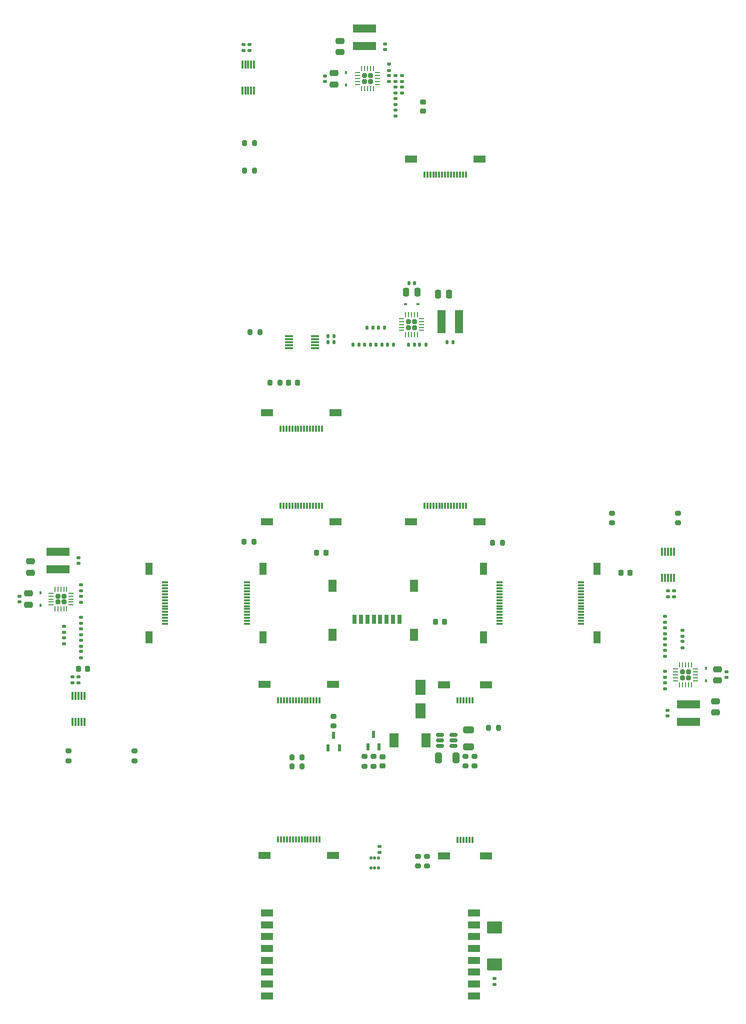
<source format=gbp>
G04 #@! TF.GenerationSoftware,KiCad,Pcbnew,(6.0.1)*
G04 #@! TF.CreationDate,2022-11-09T09:08:09-03:00*
G04 #@! TF.ProjectId,PANEL-COMPLETE,50414e45-4c2d-4434-9f4d-504c4554452e,Rev 3*
G04 #@! TF.SameCoordinates,Original*
G04 #@! TF.FileFunction,Paste,Bot*
G04 #@! TF.FilePolarity,Positive*
%FSLAX46Y46*%
G04 Gerber Fmt 4.6, Leading zero omitted, Abs format (unit mm)*
G04 Created by KiCad (PCBNEW (6.0.1)) date 2022-11-09 09:08:09*
%MOMM*%
%LPD*%
G01*
G04 APERTURE LIST*
G04 Aperture macros list*
%AMRoundRect*
0 Rectangle with rounded corners*
0 $1 Rounding radius*
0 $2 $3 $4 $5 $6 $7 $8 $9 X,Y pos of 4 corners*
0 Add a 4 corners polygon primitive as box body*
4,1,4,$2,$3,$4,$5,$6,$7,$8,$9,$2,$3,0*
0 Add four circle primitives for the rounded corners*
1,1,$1+$1,$2,$3*
1,1,$1+$1,$4,$5*
1,1,$1+$1,$6,$7*
1,1,$1+$1,$8,$9*
0 Add four rect primitives between the rounded corners*
20,1,$1+$1,$2,$3,$4,$5,0*
20,1,$1+$1,$4,$5,$6,$7,0*
20,1,$1+$1,$6,$7,$8,$9,0*
20,1,$1+$1,$8,$9,$2,$3,0*%
G04 Aperture macros list end*
%ADD10R,0.300000X1.000000*%
%ADD11R,2.000000X1.300000*%
%ADD12RoundRect,0.140000X-0.170000X0.140000X-0.170000X-0.140000X0.170000X-0.140000X0.170000X0.140000X0*%
%ADD13RoundRect,0.250000X0.475000X-0.250000X0.475000X0.250000X-0.475000X0.250000X-0.475000X-0.250000X0*%
%ADD14RoundRect,0.200000X0.200000X0.275000X-0.200000X0.275000X-0.200000X-0.275000X0.200000X-0.275000X0*%
%ADD15RoundRect,0.135000X0.185000X-0.135000X0.185000X0.135000X-0.185000X0.135000X-0.185000X-0.135000X0*%
%ADD16RoundRect,0.250000X0.325000X0.650000X-0.325000X0.650000X-0.325000X-0.650000X0.325000X-0.650000X0*%
%ADD17RoundRect,0.202500X0.202500X-0.202500X0.202500X0.202500X-0.202500X0.202500X-0.202500X-0.202500X0*%
%ADD18RoundRect,0.062500X0.062500X-0.375000X0.062500X0.375000X-0.062500X0.375000X-0.062500X-0.375000X0*%
%ADD19RoundRect,0.062500X0.375000X-0.062500X0.375000X0.062500X-0.375000X0.062500X-0.375000X-0.062500X0*%
%ADD20RoundRect,0.218750X0.256250X-0.218750X0.256250X0.218750X-0.256250X0.218750X-0.256250X-0.218750X0*%
%ADD21RoundRect,0.135000X-0.135000X-0.185000X0.135000X-0.185000X0.135000X0.185000X-0.135000X0.185000X0*%
%ADD22RoundRect,0.250000X-0.650000X0.325000X-0.650000X-0.325000X0.650000X-0.325000X0.650000X0.325000X0*%
%ADD23RoundRect,0.135000X-0.185000X0.135000X-0.185000X-0.135000X0.185000X-0.135000X0.185000X0.135000X0*%
%ADD24R,0.300000X1.400000*%
%ADD25RoundRect,0.135000X0.135000X0.185000X-0.135000X0.185000X-0.135000X-0.185000X0.135000X-0.185000X0*%
%ADD26RoundRect,0.200000X-0.275000X0.200000X-0.275000X-0.200000X0.275000X-0.200000X0.275000X0.200000X0*%
%ADD27RoundRect,0.200000X-0.200000X-0.275000X0.200000X-0.275000X0.200000X0.275000X-0.200000X0.275000X0*%
%ADD28R,0.600000X1.300000*%
%ADD29RoundRect,0.200000X0.275000X-0.200000X0.275000X0.200000X-0.275000X0.200000X-0.275000X-0.200000X0*%
%ADD30R,3.890000X1.450000*%
%ADD31R,0.450000X0.600000*%
%ADD32R,1.000000X0.300000*%
%ADD33R,1.300000X2.000000*%
%ADD34RoundRect,0.140000X0.170000X-0.140000X0.170000X0.140000X-0.170000X0.140000X-0.170000X-0.140000X0*%
%ADD35RoundRect,0.250000X-1.025000X0.787500X-1.025000X-0.787500X1.025000X-0.787500X1.025000X0.787500X0*%
%ADD36R,1.400000X0.300000*%
%ADD37RoundRect,0.250000X-0.250000X-0.475000X0.250000X-0.475000X0.250000X0.475000X-0.250000X0.475000X0*%
%ADD38RoundRect,0.218750X0.218750X0.256250X-0.218750X0.256250X-0.218750X-0.256250X0.218750X-0.256250X0*%
%ADD39RoundRect,0.140000X0.140000X0.170000X-0.140000X0.170000X-0.140000X-0.170000X0.140000X-0.170000X0*%
%ADD40R,1.450000X3.890000*%
%ADD41R,0.600000X0.450000*%
%ADD42RoundRect,0.202500X0.202500X0.202500X-0.202500X0.202500X-0.202500X-0.202500X0.202500X-0.202500X0*%
%ADD43RoundRect,0.062500X0.375000X0.062500X-0.375000X0.062500X-0.375000X-0.062500X0.375000X-0.062500X0*%
%ADD44RoundRect,0.062500X0.062500X0.375000X-0.062500X0.375000X-0.062500X-0.375000X0.062500X-0.375000X0*%
%ADD45RoundRect,0.150000X0.512500X0.150000X-0.512500X0.150000X-0.512500X-0.150000X0.512500X-0.150000X0*%
%ADD46RoundRect,0.140000X-0.140000X-0.170000X0.140000X-0.170000X0.140000X0.170000X-0.140000X0.170000X0*%
%ADD47R,0.800000X1.500000*%
%ADD48R,1.450000X2.000000*%
%ADD49R,1.800000X2.500000*%
%ADD50RoundRect,0.202500X-0.202500X0.202500X-0.202500X-0.202500X0.202500X-0.202500X0.202500X0.202500X0*%
%ADD51RoundRect,0.062500X-0.062500X0.375000X-0.062500X-0.375000X0.062500X-0.375000X0.062500X0.375000X0*%
%ADD52RoundRect,0.062500X-0.375000X0.062500X-0.375000X-0.062500X0.375000X-0.062500X0.375000X0.062500X0*%
%ADD53RoundRect,0.250000X-0.475000X0.250000X-0.475000X-0.250000X0.475000X-0.250000X0.475000X0.250000X0*%
%ADD54RoundRect,0.125000X-0.125000X-0.125000X0.125000X-0.125000X0.125000X0.125000X-0.125000X0.125000X0*%
%ADD55RoundRect,0.218750X-0.218750X-0.256250X0.218750X-0.256250X0.218750X0.256250X-0.218750X0.256250X0*%
%ADD56RoundRect,0.250000X0.250000X0.475000X-0.250000X0.475000X-0.250000X-0.475000X0.250000X-0.475000X0*%
%ADD57RoundRect,0.225000X-0.250000X0.225000X-0.250000X-0.225000X0.250000X-0.225000X0.250000X0.225000X0*%
%ADD58R,1.500000X2.400000*%
G04 APERTURE END LIST*
D10*
X212679400Y-99254600D03*
X213179400Y-99254600D03*
X213679400Y-99254600D03*
X214179400Y-99254600D03*
X214679400Y-99254600D03*
X215179400Y-99254600D03*
X215679400Y-99254600D03*
X216179400Y-99254600D03*
X216679400Y-99254600D03*
X217179400Y-99254600D03*
X217679400Y-99254600D03*
X218179400Y-99254600D03*
X218679400Y-99254600D03*
X219179400Y-99254600D03*
X219679400Y-99254600D03*
D11*
X210379400Y-96554600D03*
X221979400Y-96554600D03*
D12*
X195852025Y-82522600D03*
X195852025Y-83482600D03*
D13*
X197350625Y-83962800D03*
X197350625Y-82062800D03*
D14*
X183898325Y-93878400D03*
X182248325Y-93878400D03*
D15*
X154560126Y-169687925D03*
X154560126Y-168667925D03*
X151617650Y-178603325D03*
X151617650Y-177583325D03*
D16*
X217984600Y-197942200D03*
X215034600Y-197942200D03*
D17*
X257373850Y-184367925D03*
X257373850Y-183367925D03*
X256373850Y-183367925D03*
X256373850Y-184367925D03*
D18*
X257873850Y-185555425D03*
X257373850Y-185555425D03*
X256873850Y-185555425D03*
X256373850Y-185555425D03*
X255873850Y-185555425D03*
D19*
X255186350Y-184867925D03*
X255186350Y-184367925D03*
X255186350Y-183867925D03*
X255186350Y-183367925D03*
X255186350Y-182867925D03*
D18*
X255873850Y-182180425D03*
X256373850Y-182180425D03*
X256873850Y-182180425D03*
X257373850Y-182180425D03*
X257873850Y-182180425D03*
D19*
X258561350Y-182867925D03*
X258561350Y-183367925D03*
X258561350Y-183867925D03*
X258561350Y-184367925D03*
X258561350Y-184867925D03*
D20*
X212471000Y-88493700D03*
X212471000Y-86918700D03*
D21*
X209954200Y-128037476D03*
X210974200Y-128037476D03*
D22*
X220167200Y-193165200D03*
X220167200Y-196115200D03*
D23*
X207787525Y-86330600D03*
X207787525Y-87350600D03*
X182080225Y-77214000D03*
X182080225Y-78234000D03*
D21*
X204899600Y-125095000D03*
X205919600Y-125095000D03*
D23*
X205030200Y-212941682D03*
X205030200Y-213961682D03*
D10*
X187918925Y-188208854D03*
X188418925Y-188208854D03*
X188918925Y-188208854D03*
X189418925Y-188208854D03*
X189918925Y-188208854D03*
X190418925Y-188208854D03*
X190918925Y-188208854D03*
X191418925Y-188208854D03*
X191918925Y-188208854D03*
X192418925Y-188208854D03*
X192918925Y-188208854D03*
X193418925Y-188208854D03*
X193918925Y-188208854D03*
X194418925Y-188208854D03*
X194918925Y-188208854D03*
D11*
X185618925Y-185508854D03*
X197218925Y-185508854D03*
D24*
X155085103Y-191843725D03*
X154585103Y-191843725D03*
X154085103Y-191843725D03*
X153585103Y-191843725D03*
X153085103Y-191843725D03*
X153085103Y-187443725D03*
X153585103Y-187443725D03*
X154085103Y-187443725D03*
X154585103Y-187443725D03*
X155085103Y-187443725D03*
D12*
X253847597Y-189892325D03*
X253847597Y-190852325D03*
D25*
X205487800Y-128037476D03*
X204467800Y-128037476D03*
D23*
X154560126Y-179945525D03*
X154560126Y-180965525D03*
D26*
X221183200Y-197676000D03*
X221183200Y-199326000D03*
D27*
X190274400Y-197815200D03*
X191924400Y-197815200D03*
D10*
X194918925Y-211743925D03*
X194418925Y-211743925D03*
X193918925Y-211743925D03*
X193418925Y-211743925D03*
X192918925Y-211743925D03*
X192418925Y-211743925D03*
X191918925Y-211743925D03*
X191418925Y-211743925D03*
X190918925Y-211743925D03*
X190418925Y-211743925D03*
X189918925Y-211743925D03*
X189418925Y-211743925D03*
X188918925Y-211743925D03*
X188418925Y-211743925D03*
X187918925Y-211743925D03*
D11*
X197218925Y-214443925D03*
X185618925Y-214443925D03*
D15*
X254914397Y-170693925D03*
X254914397Y-169673925D03*
D28*
X205013600Y-196059000D03*
X203113600Y-196059000D03*
X204063600Y-193959000D03*
D29*
X211632800Y-216242400D03*
X211632800Y-214592400D03*
D30*
X202506825Y-77475600D03*
X202506825Y-74525600D03*
D25*
X207420200Y-128037476D03*
X206400200Y-128037476D03*
D10*
X219690325Y-155274325D03*
X219190325Y-155274325D03*
X218690325Y-155274325D03*
X218190325Y-155274325D03*
X217690325Y-155274325D03*
X217190325Y-155274325D03*
X216690325Y-155274325D03*
X216190325Y-155274325D03*
X215690325Y-155274325D03*
X215190325Y-155274325D03*
X214690325Y-155274325D03*
X214190325Y-155274325D03*
X213690325Y-155274325D03*
X213190325Y-155274325D03*
X212690325Y-155274325D03*
D11*
X221990325Y-157974325D03*
X210390325Y-157974325D03*
D23*
X208862925Y-82456200D03*
X208862925Y-83476200D03*
D29*
X204063600Y-199339200D03*
X204063600Y-197689200D03*
D23*
X206705552Y-82477400D03*
X206705552Y-83497400D03*
D10*
X220812125Y-211843925D03*
X220312125Y-211843925D03*
X219812125Y-211843925D03*
X219312125Y-211843925D03*
X218812125Y-211843925D03*
X218312125Y-211843925D03*
D11*
X223112125Y-214543925D03*
X216012125Y-214543925D03*
D10*
X188306325Y-142234125D03*
X188806325Y-142234125D03*
X189306325Y-142234125D03*
X189806325Y-142234125D03*
X190306325Y-142234125D03*
X190806325Y-142234125D03*
X191306325Y-142234125D03*
X191806325Y-142234125D03*
X192306325Y-142234125D03*
X192806325Y-142234125D03*
X193306325Y-142234125D03*
X193806325Y-142234125D03*
X194306325Y-142234125D03*
X194806325Y-142234125D03*
X195306325Y-142234125D03*
D11*
X186006325Y-139534125D03*
X197606325Y-139534125D03*
D31*
X147655250Y-172107525D03*
X147655250Y-170007525D03*
D32*
X225365600Y-175245525D03*
X225365600Y-174745525D03*
X225365600Y-174245525D03*
X225365600Y-173745525D03*
X225365600Y-173245525D03*
X225365600Y-172745525D03*
X225365600Y-172245525D03*
X225365600Y-171745525D03*
X225365600Y-171245525D03*
X225365600Y-170745525D03*
X225365600Y-170245525D03*
X225365600Y-169745525D03*
X225365600Y-169245525D03*
X225365600Y-168745525D03*
X225365600Y-168245525D03*
D33*
X222665600Y-177545525D03*
X222665600Y-165945525D03*
D28*
X198257200Y-196247200D03*
X196357200Y-196247200D03*
X197307200Y-194147200D03*
D34*
X263854604Y-184347925D03*
X263854604Y-183387925D03*
D23*
X154560126Y-176084725D03*
X154560126Y-177104725D03*
D25*
X201627000Y-128037476D03*
X200607000Y-128037476D03*
D15*
X151617650Y-176672925D03*
X151617650Y-175652925D03*
D23*
X154560126Y-178015125D03*
X154560126Y-179035125D03*
D14*
X183898325Y-98526600D03*
X182248325Y-98526600D03*
D21*
X202969200Y-125095000D03*
X203989200Y-125095000D03*
D35*
X224567807Y-226669825D03*
X224567807Y-232894825D03*
D31*
X199357225Y-84062800D03*
X199357225Y-81962800D03*
D23*
X253423374Y-183307125D03*
X253423374Y-184327125D03*
D29*
X219633800Y-199326000D03*
X219633800Y-197676000D03*
D15*
X224567807Y-236272800D03*
X224567807Y-235252800D03*
D36*
X189728800Y-128562453D03*
X189728800Y-128062453D03*
X189728800Y-127562453D03*
X189728800Y-127062453D03*
X189728800Y-126562453D03*
X194128800Y-126562453D03*
X194128800Y-127062453D03*
X194128800Y-127562453D03*
X194128800Y-128062453D03*
X194128800Y-128562453D03*
D32*
X168756775Y-175245525D03*
X168756775Y-174745525D03*
X168756775Y-174245525D03*
X168756775Y-173745525D03*
X168756775Y-173245525D03*
X168756775Y-172745525D03*
X168756775Y-172245525D03*
X168756775Y-171745525D03*
X168756775Y-171245525D03*
X168756775Y-170745525D03*
X168756775Y-170245525D03*
X168756775Y-169745525D03*
X168756775Y-169245525D03*
X168756775Y-168745525D03*
X168756775Y-168245525D03*
D33*
X166056775Y-177545525D03*
X166056775Y-165945525D03*
D21*
X211884600Y-128037476D03*
X212904600Y-128037476D03*
D37*
X209565000Y-119126000D03*
X211465000Y-119126000D03*
D23*
X256365850Y-178252525D03*
X256365850Y-179272525D03*
D32*
X182626725Y-168245525D03*
X182626725Y-168745525D03*
X182626725Y-169245525D03*
X182626725Y-169745525D03*
X182626725Y-170245525D03*
X182626725Y-170745525D03*
X182626725Y-171245525D03*
X182626725Y-171745525D03*
X182626725Y-172245525D03*
X182626725Y-172745525D03*
X182626725Y-173245525D03*
X182626725Y-173745525D03*
X182626725Y-174245525D03*
X182626725Y-174745525D03*
X182626725Y-175245525D03*
D33*
X185326725Y-165945525D03*
X185326725Y-177545525D03*
D23*
X153069103Y-184231525D03*
X153069103Y-185251525D03*
D38*
X155651300Y-182829200D03*
X154076300Y-182829200D03*
D27*
X190274400Y-199381400D03*
X191924400Y-199381400D03*
D25*
X197341000Y-126546453D03*
X196321000Y-126546453D03*
D31*
X260328250Y-182817925D03*
X260328250Y-184917925D03*
D14*
X183781200Y-161366200D03*
X182131200Y-161366200D03*
D39*
X210995000Y-117606246D03*
X210035000Y-117606246D03*
D13*
X145648650Y-172007525D03*
X145648650Y-170107525D03*
D26*
X255612050Y-156513175D03*
X255612050Y-158163175D03*
D40*
X215544400Y-124079000D03*
X218494400Y-124079000D03*
D12*
X144128896Y-170577525D03*
X144128896Y-171537525D03*
D24*
X252898397Y-163081725D03*
X253398397Y-163081725D03*
X253898397Y-163081725D03*
X254398397Y-163081725D03*
X254898397Y-163081725D03*
X254898397Y-167481725D03*
X254398397Y-167481725D03*
X253898397Y-167481725D03*
X253398397Y-167481725D03*
X252898397Y-167481725D03*
D34*
X206034925Y-78077000D03*
X206034925Y-77117000D03*
D15*
X253898397Y-170693925D03*
X253898397Y-169673925D03*
X253423374Y-174979925D03*
X253423374Y-173959925D03*
D23*
X207787525Y-82469800D03*
X207787525Y-83489800D03*
X207787525Y-84400200D03*
X207787525Y-85420200D03*
D27*
X183160250Y-125848800D03*
X184810250Y-125848800D03*
D15*
X253423374Y-180773125D03*
X253423374Y-179753125D03*
D23*
X207787525Y-88261000D03*
X207787525Y-89281000D03*
D34*
X154135903Y-165033125D03*
X154135903Y-164073125D03*
D23*
X208862925Y-84386600D03*
X208862925Y-85406600D03*
D27*
X223558600Y-192862200D03*
X225208600Y-192862200D03*
D41*
X209465000Y-121132600D03*
X211565000Y-121132600D03*
D42*
X211015000Y-124087000D03*
X210015000Y-124087000D03*
X211015000Y-125087000D03*
X210015000Y-125087000D03*
D43*
X212202500Y-123587000D03*
X212202500Y-124087000D03*
X212202500Y-124587000D03*
X212202500Y-125087000D03*
X212202500Y-125587000D03*
D44*
X211515000Y-126274500D03*
X211015000Y-126274500D03*
X210515000Y-126274500D03*
X210015000Y-126274500D03*
X209515000Y-126274500D03*
D43*
X208827500Y-125587000D03*
X208827500Y-125087000D03*
X208827500Y-124587000D03*
X208827500Y-124087000D03*
X208827500Y-123587000D03*
D44*
X209515000Y-122899500D03*
X210015000Y-122899500D03*
X210515000Y-122899500D03*
X211015000Y-122899500D03*
X211515000Y-122899500D03*
D38*
X216103300Y-174904400D03*
X214528300Y-174904400D03*
D45*
X217596300Y-194045800D03*
X217596300Y-194995800D03*
X217596300Y-195945800D03*
X215321300Y-195945800D03*
X215321300Y-194995800D03*
X215321300Y-194045800D03*
D46*
X216539400Y-127613253D03*
X217499400Y-127613253D03*
D47*
X200798325Y-174491589D03*
X201898325Y-174491589D03*
X202998325Y-174491589D03*
X204098325Y-174491589D03*
X205198325Y-174491589D03*
X206298325Y-174491589D03*
X207398325Y-174491589D03*
X208498325Y-174491589D03*
D48*
X210873325Y-177091589D03*
X197123325Y-177091589D03*
X197123325Y-168791589D03*
X210873325Y-168791589D03*
D49*
X211988400Y-185992000D03*
X211988400Y-189992000D03*
D25*
X203557400Y-128037476D03*
X202537400Y-128037476D03*
D27*
X224244400Y-161493200D03*
X225894400Y-161493200D03*
D29*
X163547450Y-198412275D03*
X163547450Y-196762275D03*
D11*
X221062007Y-224204725D03*
X221062007Y-226204725D03*
X221062007Y-228204725D03*
X221062007Y-230204725D03*
X221062007Y-232204725D03*
X221062007Y-234204725D03*
X221062007Y-236204725D03*
X221062007Y-238204725D03*
X186062007Y-238204725D03*
X186062007Y-236204725D03*
X186062007Y-234204725D03*
X186062007Y-232204725D03*
X186062007Y-230204725D03*
X186062007Y-228204725D03*
X186062007Y-226204725D03*
X186062007Y-224204725D03*
D50*
X151609650Y-170557525D03*
X150609650Y-171557525D03*
X151609650Y-171557525D03*
X150609650Y-170557525D03*
D51*
X150109650Y-169370025D03*
X150609650Y-169370025D03*
X151109650Y-169370025D03*
X151609650Y-169370025D03*
X152109650Y-169370025D03*
D52*
X152797150Y-170057525D03*
X152797150Y-170557525D03*
X152797150Y-171057525D03*
X152797150Y-171557525D03*
X152797150Y-172057525D03*
D51*
X152109650Y-172745025D03*
X151609650Y-172745025D03*
X151109650Y-172745025D03*
X150609650Y-172745025D03*
X150109650Y-172745025D03*
D52*
X149422150Y-172057525D03*
X149422150Y-171557525D03*
X149422150Y-171057525D03*
X149422150Y-170557525D03*
X149422150Y-170057525D03*
D10*
X195306325Y-155274325D03*
X194806325Y-155274325D03*
X194306325Y-155274325D03*
X193806325Y-155274325D03*
X193306325Y-155274325D03*
X192806325Y-155274325D03*
X192306325Y-155274325D03*
X191806325Y-155274325D03*
X191306325Y-155274325D03*
X190806325Y-155274325D03*
X190306325Y-155274325D03*
X189806325Y-155274325D03*
X189306325Y-155274325D03*
X188806325Y-155274325D03*
X188306325Y-155274325D03*
D11*
X197606325Y-157974325D03*
X186006325Y-157974325D03*
D50*
X203514825Y-82487400D03*
X202514825Y-82487400D03*
X203514825Y-83487400D03*
X202514825Y-83487400D03*
D51*
X202014825Y-81299900D03*
X202514825Y-81299900D03*
X203014825Y-81299900D03*
X203514825Y-81299900D03*
X204014825Y-81299900D03*
D52*
X204702325Y-81987400D03*
X204702325Y-82487400D03*
X204702325Y-82987400D03*
X204702325Y-83487400D03*
X204702325Y-83987400D03*
D51*
X204014825Y-84674900D03*
X203514825Y-84674900D03*
X203014825Y-84674900D03*
X202514825Y-84674900D03*
X202014825Y-84674900D03*
D52*
X201327325Y-83987400D03*
X201327325Y-83487400D03*
X201327325Y-82987400D03*
X201327325Y-82487400D03*
X201327325Y-81987400D03*
D23*
X154085103Y-184231525D03*
X154085103Y-185251525D03*
D53*
X198417425Y-76575600D03*
X198417425Y-78475600D03*
D25*
X197341000Y-127562453D03*
X196321000Y-127562453D03*
D54*
X203616800Y-214846800D03*
X203616800Y-216546800D03*
X204266800Y-214846800D03*
X204266800Y-216546800D03*
X204916800Y-214846800D03*
X204916800Y-216546800D03*
D10*
X218312125Y-188235925D03*
X218812125Y-188235925D03*
X219312125Y-188235925D03*
X219812125Y-188235925D03*
X220312125Y-188235925D03*
X220812125Y-188235925D03*
D11*
X216012125Y-185535925D03*
X223112125Y-185535925D03*
D30*
X150601650Y-166028125D03*
X150601650Y-163078125D03*
D24*
X183842225Y-84953200D03*
X183342225Y-84953200D03*
X182842225Y-84953200D03*
X182342225Y-84953200D03*
X181842225Y-84953200D03*
X181842225Y-80553200D03*
X182342225Y-80553200D03*
X182842225Y-80553200D03*
X183342225Y-80553200D03*
X183842225Y-80553200D03*
D38*
X191211300Y-134467600D03*
X189636300Y-134467600D03*
D30*
X257381850Y-188897325D03*
X257381850Y-191847325D03*
D29*
X213156800Y-216242400D03*
X213156800Y-214592400D03*
D15*
X253423374Y-178840725D03*
X253423374Y-177820725D03*
D55*
X194436900Y-163195000D03*
X196011900Y-163195000D03*
D53*
X262334850Y-182917925D03*
X262334850Y-184817925D03*
D23*
X183096225Y-77214000D03*
X183096225Y-78234000D03*
D55*
X245948100Y-166573200D03*
X247523100Y-166573200D03*
D53*
X146004250Y-164695325D03*
X146004250Y-166595325D03*
D23*
X206705552Y-80547000D03*
X206705552Y-81567000D03*
X154560126Y-174152325D03*
X154560126Y-175172325D03*
D56*
X216877200Y-119481600D03*
X214977200Y-119481600D03*
D15*
X154560126Y-171618325D03*
X154560126Y-170598325D03*
D29*
X197307200Y-192542400D03*
X197307200Y-190892400D03*
D32*
X239226725Y-168245525D03*
X239226725Y-168745525D03*
X239226725Y-169245525D03*
X239226725Y-169745525D03*
X239226725Y-170245525D03*
X239226725Y-170745525D03*
X239226725Y-171245525D03*
X239226725Y-171745525D03*
X239226725Y-172245525D03*
X239226725Y-172745525D03*
X239226725Y-173245525D03*
X239226725Y-173745525D03*
X239226725Y-174245525D03*
X239226725Y-174745525D03*
X239226725Y-175245525D03*
D33*
X241926725Y-165945525D03*
X241926725Y-177545525D03*
D13*
X261979250Y-190230125D03*
X261979250Y-188330125D03*
D26*
X244436050Y-156513175D03*
X244436050Y-158163175D03*
D27*
X186550800Y-134467600D03*
X188200800Y-134467600D03*
D23*
X253423374Y-185237525D03*
X253423374Y-186257525D03*
D15*
X253423374Y-176910325D03*
X253423374Y-175890325D03*
D57*
X205613000Y-197739200D03*
X205613000Y-199289200D03*
D29*
X202514200Y-199339200D03*
X202514200Y-197689200D03*
D58*
X207485800Y-194995800D03*
X212985800Y-194995800D03*
D29*
X152371450Y-198412275D03*
X152371450Y-196762275D03*
D23*
X256365850Y-176322125D03*
X256365850Y-177342125D03*
M02*

</source>
